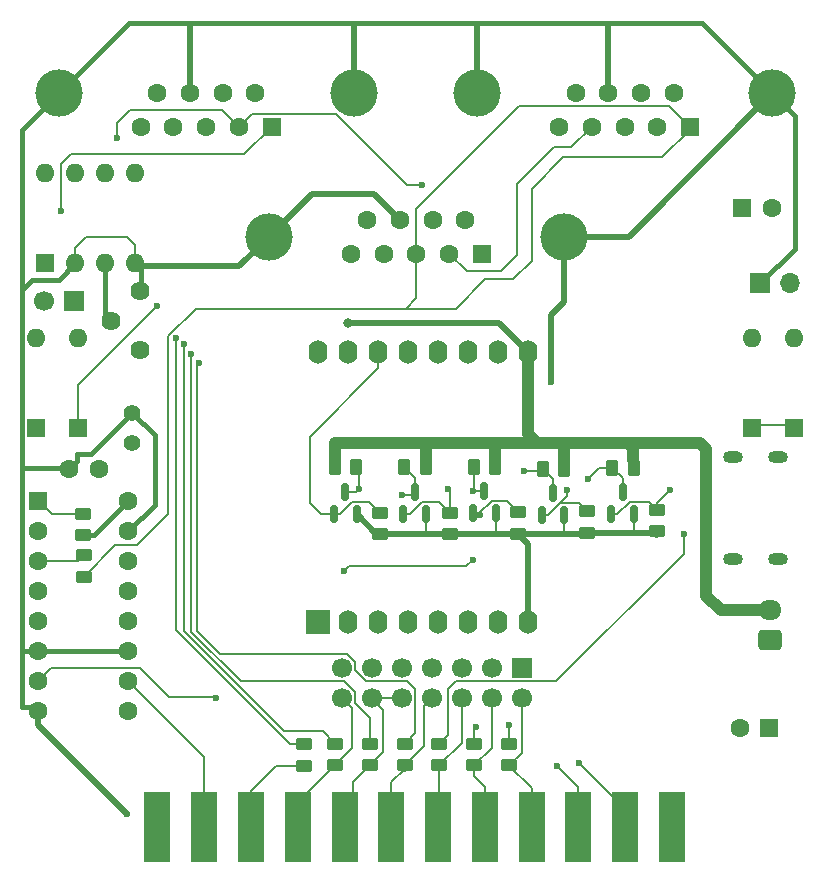
<source format=gbr>
%TF.GenerationSoftware,KiCad,Pcbnew,9.0.2-9.0.2-0~ubuntu24.10.1*%
%TF.CreationDate,2025-07-06T18:08:21+02:00*%
%TF.ProjectId,pet_joymate,7065745f-6a6f-4796-9d61-74652e6b6963,rev?*%
%TF.SameCoordinates,Original*%
%TF.FileFunction,Copper,L2,Bot*%
%TF.FilePolarity,Positive*%
%FSLAX46Y46*%
G04 Gerber Fmt 4.6, Leading zero omitted, Abs format (unit mm)*
G04 Created by KiCad (PCBNEW 9.0.2-9.0.2-0~ubuntu24.10.1) date 2025-07-06 18:08:21*
%MOMM*%
%LPD*%
G01*
G04 APERTURE LIST*
G04 Aperture macros list*
%AMRoundRect*
0 Rectangle with rounded corners*
0 $1 Rounding radius*
0 $2 $3 $4 $5 $6 $7 $8 $9 X,Y pos of 4 corners*
0 Add a 4 corners polygon primitive as box body*
4,1,4,$2,$3,$4,$5,$6,$7,$8,$9,$2,$3,0*
0 Add four circle primitives for the rounded corners*
1,1,$1+$1,$2,$3*
1,1,$1+$1,$4,$5*
1,1,$1+$1,$6,$7*
1,1,$1+$1,$8,$9*
0 Add four rect primitives between the rounded corners*
20,1,$1+$1,$2,$3,$4,$5,0*
20,1,$1+$1,$4,$5,$6,$7,0*
20,1,$1+$1,$6,$7,$8,$9,0*
20,1,$1+$1,$8,$9,$2,$3,0*%
G04 Aperture macros list end*
%TA.AperFunction,HeatsinkPad*%
%ADD10O,1.700000X1.000000*%
%TD*%
%TA.AperFunction,ComponentPad*%
%ADD11R,1.600000X1.600000*%
%TD*%
%TA.AperFunction,ComponentPad*%
%ADD12O,1.600000X1.600000*%
%TD*%
%TA.AperFunction,ComponentPad*%
%ADD13RoundRect,0.250000X0.550000X0.550000X-0.550000X0.550000X-0.550000X-0.550000X0.550000X-0.550000X0*%
%TD*%
%TA.AperFunction,ComponentPad*%
%ADD14C,1.600000*%
%TD*%
%TA.AperFunction,ComponentPad*%
%ADD15RoundRect,0.250000X0.725000X-0.600000X0.725000X0.600000X-0.725000X0.600000X-0.725000X-0.600000X0*%
%TD*%
%TA.AperFunction,ComponentPad*%
%ADD16O,1.950000X1.700000*%
%TD*%
%TA.AperFunction,ComponentPad*%
%ADD17R,1.700000X1.700000*%
%TD*%
%TA.AperFunction,ComponentPad*%
%ADD18C,1.700000*%
%TD*%
%TA.AperFunction,ComponentPad*%
%ADD19C,1.400000*%
%TD*%
%TA.AperFunction,ComponentPad*%
%ADD20O,1.700000X1.700000*%
%TD*%
%TA.AperFunction,ComponentPad*%
%ADD21C,1.620000*%
%TD*%
%TA.AperFunction,ComponentPad*%
%ADD22RoundRect,0.250000X-0.550000X-0.550000X0.550000X-0.550000X0.550000X0.550000X-0.550000X0.550000X0*%
%TD*%
%TA.AperFunction,ComponentPad*%
%ADD23C,4.000000*%
%TD*%
%TA.AperFunction,SMDPad,CuDef*%
%ADD24R,2.200000X6.000000*%
%TD*%
%TA.AperFunction,ComponentPad*%
%ADD25R,2.000000X2.000000*%
%TD*%
%TA.AperFunction,ComponentPad*%
%ADD26O,1.600000X2.000000*%
%TD*%
%TA.AperFunction,SMDPad,CuDef*%
%ADD27RoundRect,0.150000X0.150000X-0.587500X0.150000X0.587500X-0.150000X0.587500X-0.150000X-0.587500X0*%
%TD*%
%TA.AperFunction,SMDPad,CuDef*%
%ADD28RoundRect,0.250000X-0.262500X-0.450000X0.262500X-0.450000X0.262500X0.450000X-0.262500X0.450000X0*%
%TD*%
%TA.AperFunction,SMDPad,CuDef*%
%ADD29RoundRect,0.250000X0.262500X0.450000X-0.262500X0.450000X-0.262500X-0.450000X0.262500X-0.450000X0*%
%TD*%
%TA.AperFunction,SMDPad,CuDef*%
%ADD30RoundRect,0.250000X0.450000X-0.262500X0.450000X0.262500X-0.450000X0.262500X-0.450000X-0.262500X0*%
%TD*%
%TA.AperFunction,SMDPad,CuDef*%
%ADD31RoundRect,0.250000X-0.450000X0.262500X-0.450000X-0.262500X0.450000X-0.262500X0.450000X0.262500X0*%
%TD*%
%TA.AperFunction,ViaPad*%
%ADD32C,0.600000*%
%TD*%
%TA.AperFunction,ViaPad*%
%ADD33C,0.800000*%
%TD*%
%TA.AperFunction,Conductor*%
%ADD34C,0.200000*%
%TD*%
%TA.AperFunction,Conductor*%
%ADD35C,0.400000*%
%TD*%
%TA.AperFunction,Conductor*%
%ADD36C,0.500000*%
%TD*%
%TA.AperFunction,Conductor*%
%ADD37C,1.000000*%
%TD*%
%TA.AperFunction,Conductor*%
%ADD38C,0.800000*%
%TD*%
G04 APERTURE END LIST*
D10*
%TO.P,J4,S1,SHIELD*%
%TO.N,unconnected-(J4-SHIELD-PadS1)*%
X129140000Y-108820000D03*
%TO.N,unconnected-(J4-SHIELD-PadS1)_1*%
X132940000Y-108820000D03*
%TO.N,unconnected-(J4-SHIELD-PadS1)_3*%
X129140000Y-100180000D03*
%TO.N,unconnected-(J4-SHIELD-PadS1)_2*%
X132940000Y-100180000D03*
%TD*%
D11*
%TO.P,D3,1,K*%
%TO.N,Net-(D3-K)*%
X70175000Y-97725000D03*
D12*
%TO.P,D3,2,A*%
%TO.N,Net-(D3-A)*%
X70175000Y-90105000D03*
%TD*%
D11*
%TO.P,D1,1,K*%
%TO.N,Net-(D1-K)*%
X130775000Y-97725000D03*
D12*
%TO.P,D1,2,A*%
%TO.N,_PA1*%
X130775000Y-90105000D03*
%TD*%
D11*
%TO.P,D4,1,K*%
%TO.N,Net-(D3-K)*%
X73725000Y-97725000D03*
D12*
%TO.P,D4,2,A*%
%TO.N,_PA5*%
X73725000Y-90105000D03*
%TD*%
D11*
%TO.P,U1,1,GAIN*%
%TO.N,unconnected-(U1-GAIN-Pad1)*%
X70935000Y-83775000D03*
D12*
%TO.P,U1,2,-*%
%TO.N,GND*%
X73475000Y-83775000D03*
%TO.P,U1,3,+*%
%TO.N,Net-(U1-+)*%
X76015000Y-83775000D03*
%TO.P,U1,4,GND*%
%TO.N,GND*%
X78555000Y-83775000D03*
%TO.P,U1,5*%
%TO.N,Net-(C3-Pad1)*%
X78555000Y-76155000D03*
%TO.P,U1,6,V+*%
%TO.N,VCC*%
X76015000Y-76155000D03*
%TO.P,U1,7,BYPASS*%
%TO.N,unconnected-(U1-BYPASS-Pad7)*%
X73475000Y-76155000D03*
%TO.P,U1,8,GAIN*%
%TO.N,unconnected-(U1-GAIN-Pad8)*%
X70935000Y-76155000D03*
%TD*%
D11*
%TO.P,D2,1,K*%
%TO.N,Net-(D1-K)*%
X134325000Y-97725000D03*
D12*
%TO.P,D2,2,A*%
%TO.N,_PA0*%
X134325000Y-90105000D03*
%TD*%
D13*
%TO.P,C1,1*%
%TO.N,VCC*%
X132225000Y-123150000D03*
D14*
%TO.P,C1,2*%
%TO.N,GND*%
X129725000Y-123150000D03*
%TD*%
D15*
%TO.P,J6,1,Pin_1*%
%TO.N,GND*%
X132325000Y-115675000D03*
D16*
%TO.P,J6,2,Pin_2*%
%TO.N,VCC*%
X132325000Y-113175000D03*
%TD*%
D17*
%TO.P,J8,1,Pin_1*%
%TO.N,Net-(J8-Pin_1)*%
X73350000Y-87025000D03*
D18*
%TO.P,J8,2,Pin_2*%
%TO.N,CB2*%
X70810000Y-87025000D03*
%TD*%
D14*
%TO.P,C2,1*%
%TO.N,VCC*%
X75475000Y-101225000D03*
%TO.P,C2,2*%
%TO.N,GND*%
X72975000Y-101225000D03*
%TD*%
D19*
%TO.P,JP2,1,A*%
%TO.N,GND*%
X78275000Y-96475000D03*
%TO.P,JP2,2,B*%
%TO.N,Net-(JP2-B)*%
X78275000Y-99015000D03*
%TD*%
D17*
%TO.P,J7,1,Pin_1*%
%TO.N,GND*%
X131475000Y-85475000D03*
D20*
%TO.P,J7,2,Pin_2*%
%TO.N,Net-(J7-Pin_2)*%
X134015000Y-85475000D03*
%TD*%
D21*
%TO.P,P1,1,1*%
%TO.N,Net-(J8-Pin_1)*%
X78975000Y-91175000D03*
%TO.P,P1,2,2*%
%TO.N,Net-(U1-+)*%
X76475000Y-88675000D03*
%TO.P,P1,3,3*%
%TO.N,GND*%
X78975000Y-86175000D03*
%TD*%
D22*
%TO.P,U2,1,S*%
%TO.N,Net-(JP2-B)*%
X70350000Y-103920000D03*
D14*
%TO.P,U2,2,I0a*%
%TO.N,MODEM_TX*%
X70350000Y-106460000D03*
%TO.P,U2,3,I1a*%
%TO.N,Net-(U2-I1a)*%
X70350000Y-109000000D03*
%TO.P,U2,4,Za*%
%TO.N,PA0*%
X70350000Y-111540000D03*
%TO.P,U2,5,I0b*%
%TO.N,CB2*%
X70350000Y-114080000D03*
%TO.P,U2,6,I1b*%
%TO.N,GND*%
X70350000Y-116620000D03*
%TO.P,U2,7,Zb*%
%TO.N,MODEM_RX*%
X70350000Y-119160000D03*
%TO.P,U2,8,GND*%
%TO.N,GND*%
X70350000Y-121700000D03*
%TO.P,U2,9,Zc*%
%TO.N,SOUND*%
X77970000Y-121700000D03*
%TO.P,U2,10,I1c*%
%TO.N,CB2*%
X77970000Y-119160000D03*
%TO.P,U2,11,I0c*%
%TO.N,GND*%
X77970000Y-116620000D03*
%TO.P,U2,12,Zd*%
%TO.N,CA1*%
X77970000Y-114080000D03*
%TO.P,U2,13,I1d*%
%TO.N,unconnected-(U2-I1d-Pad13)*%
X77970000Y-111540000D03*
%TO.P,U2,14,I0d*%
%TO.N,MODEM_TX*%
X77970000Y-109000000D03*
%TO.P,U2,15,E*%
%TO.N,GND*%
X77970000Y-106460000D03*
%TO.P,U2,16,VCC*%
%TO.N,VCC*%
X77970000Y-103920000D03*
%TD*%
D23*
%TO.P,J3,0,PAD*%
%TO.N,GND*%
X97050000Y-69430331D03*
X72050000Y-69430331D03*
D11*
%TO.P,J3,1,1*%
%TO.N,Net-(D3-A)*%
X90090000Y-72270331D03*
D14*
%TO.P,J3,2,2*%
%TO.N,_PA5*%
X87320000Y-72270331D03*
%TO.P,J3,3,3*%
%TO.N,Net-(J3-Pad3)*%
X84550000Y-72270331D03*
%TO.P,J3,4,4*%
%TO.N,Net-(J3-Pad4)*%
X81780000Y-72270331D03*
%TO.P,J3,5,5*%
%TO.N,unconnected-(J3-Pad5)*%
X79010000Y-72270331D03*
%TO.P,J3,6,6*%
%TO.N,Net-(D3-K)*%
X88705000Y-69430331D03*
%TO.P,J3,7,7*%
%TO.N,VCC*%
X85935000Y-69430331D03*
%TO.P,J3,8,8*%
%TO.N,GND*%
X83165000Y-69430331D03*
%TO.P,J3,9,9*%
%TO.N,unconnected-(J3-Pad9)*%
X80395000Y-69430331D03*
%TD*%
D24*
%TO.P,U3,A*%
%TO.N,N/C*%
X123985000Y-131500000D03*
%TO.P,U3,B,CA1*%
%TO.N,CA1*%
X120025000Y-131500000D03*
%TO.P,U3,C,PA0*%
%TO.N,PA0*%
X116065000Y-131500000D03*
%TO.P,U3,D,PA1*%
%TO.N,PA1*%
X112105000Y-131500000D03*
%TO.P,U3,E,PA2*%
%TO.N,PA2*%
X108145000Y-131500000D03*
%TO.P,U3,F,PA3*%
%TO.N,PA3*%
X104185000Y-131500000D03*
%TO.P,U3,H,PA4*%
%TO.N,PA4*%
X100225000Y-131500000D03*
%TO.P,U3,J,PA5*%
%TO.N,PA5*%
X96265000Y-131500000D03*
%TO.P,U3,K,PA6*%
%TO.N,PA6*%
X92305000Y-131500000D03*
%TO.P,U3,L,PA7*%
%TO.N,PA7*%
X88345000Y-131500000D03*
%TO.P,U3,M,CB2*%
%TO.N,CB2*%
X84385000Y-131500000D03*
%TO.P,U3,N*%
%TO.N,N/C*%
X80425000Y-131500000D03*
%TD*%
D22*
%TO.P,C3,1*%
%TO.N,Net-(C3-Pad1)*%
X129950000Y-79100000D03*
D14*
%TO.P,C3,2*%
%TO.N,Net-(J7-Pin_2)*%
X132450000Y-79100000D03*
%TD*%
D17*
%TO.P,J1,1,Pin_1*%
%TO.N,unconnected-(J1-Pin_1-Pad1)*%
X111250000Y-118050000D03*
D18*
%TO.P,J1,2,Pin_2*%
%TO.N,PA1*%
X111250000Y-120590000D03*
%TO.P,J1,3,Pin_3*%
%TO.N,RTS_H*%
X108710000Y-118050000D03*
%TO.P,J1,4,Pin_4*%
%TO.N,PA2*%
X108710000Y-120590000D03*
%TO.P,J1,5,Pin_5*%
%TO.N,unconnected-(J1-Pin_5-Pad5)*%
X106170000Y-118050000D03*
%TO.P,J1,6,Pin_6*%
%TO.N,PA3*%
X106170000Y-120590000D03*
%TO.P,J1,7,Pin_7*%
%TO.N,DCD_H*%
X103630000Y-118050000D03*
%TO.P,J1,8,Pin_8*%
%TO.N,PA4*%
X103630000Y-120590000D03*
%TO.P,J1,9,Pin_9*%
%TO.N,unconnected-(J1-Pin_9-Pad9)*%
X101090000Y-118050000D03*
%TO.P,J1,10,Pin_10*%
%TO.N,PA5*%
X101090000Y-120590000D03*
%TO.P,J1,11,Pin_11*%
%TO.N,unconnected-(J1-Pin_11-Pad11)*%
X98550000Y-118050000D03*
%TO.P,J1,12,Pin_12*%
%TO.N,PA5*%
X98550000Y-120590000D03*
%TO.P,J1,13,Pin_13*%
%TO.N,CTS_H*%
X96010000Y-118050000D03*
%TO.P,J1,14,Pin_14*%
%TO.N,PA6*%
X96010000Y-120590000D03*
%TD*%
D23*
%TO.P,J2,0,PAD*%
%TO.N,GND*%
X132475000Y-69430331D03*
X107475000Y-69430331D03*
D11*
%TO.P,J2,1,1*%
%TO.N,_PA0*%
X125515000Y-72270331D03*
D14*
%TO.P,J2,2,2*%
%TO.N,_PA1*%
X122745000Y-72270331D03*
%TO.P,J2,3,3*%
%TO.N,_PA2*%
X119975000Y-72270331D03*
%TO.P,J2,4,4*%
%TO.N,_PA3*%
X117205000Y-72270331D03*
%TO.P,J2,5,5*%
%TO.N,unconnected-(J2-Pad5)*%
X114435000Y-72270331D03*
%TO.P,J2,6,6*%
%TO.N,Net-(D1-K)*%
X124130000Y-69430331D03*
%TO.P,J2,7,7*%
%TO.N,VCC*%
X121360000Y-69430331D03*
%TO.P,J2,8,8*%
%TO.N,GND*%
X118590000Y-69430331D03*
%TO.P,J2,9,9*%
%TO.N,unconnected-(J2-Pad9)*%
X115820000Y-69430331D03*
%TD*%
D25*
%TO.P,U4,1,~{RST}*%
%TO.N,unconnected-(U4-~{RST}-Pad1)*%
X94050000Y-114200000D03*
D26*
%TO.P,U4,2,A0*%
%TO.N,unconnected-(U4-A0-Pad2)*%
X96590000Y-114200000D03*
%TO.P,U4,3,D0*%
%TO.N,unconnected-(U4-D0-Pad3)*%
X99130000Y-114200000D03*
%TO.P,U4,4,SCK/D5*%
%TO.N,unconnected-(U4-SCK{slash}D5-Pad4)*%
X101670000Y-114200000D03*
%TO.P,U4,5,MISO/D6*%
%TO.N,unconnected-(U4-MISO{slash}D6-Pad5)*%
X104210000Y-114200000D03*
%TO.P,U4,6,MOSI/D7*%
%TO.N,unconnected-(U4-MOSI{slash}D7-Pad6)*%
X106750000Y-114200000D03*
%TO.P,U4,7,CS/D8*%
%TO.N,unconnected-(U4-CS{slash}D8-Pad7)*%
X109290000Y-114200000D03*
%TO.P,U4,8,3V3*%
%TO.N,VDD*%
X111830000Y-114200000D03*
%TO.P,U4,9,5V*%
%TO.N,VCC*%
X111830000Y-91340000D03*
%TO.P,U4,10,GND*%
%TO.N,GND*%
X109290000Y-91340000D03*
%TO.P,U4,11,D4*%
%TO.N,DCD*%
X106750000Y-91340000D03*
%TO.P,U4,12,D3*%
%TO.N,unconnected-(U4-D3-Pad12)*%
X104210000Y-91340000D03*
%TO.P,U4,13,SDA/D2*%
%TO.N,RTS*%
X101670000Y-91340000D03*
%TO.P,U4,14,SCL/D1*%
%TO.N,CTS*%
X99130000Y-91340000D03*
%TO.P,U4,15,RX*%
%TO.N,RX*%
X96590000Y-91340000D03*
%TO.P,U4,16,TX*%
%TO.N,TX*%
X94050000Y-91340000D03*
%TD*%
D27*
%TO.P,Q7,1,G*%
%TO.N,VDD*%
X103145000Y-105055000D03*
%TO.P,Q7,2,S*%
%TO.N,DCD*%
X101245000Y-105055000D03*
%TO.P,Q7,3,D*%
%TO.N,DCD_H*%
X102195000Y-103180000D03*
%TD*%
D28*
%TO.P,R13,1*%
%TO.N,VCC*%
X95425000Y-101087500D03*
%TO.P,R13,2*%
%TO.N,CTS_H*%
X97250000Y-101087500D03*
%TD*%
D29*
%TO.P,R9,1*%
%TO.N,VCC*%
X120750000Y-101137500D03*
%TO.P,R9,2*%
%TO.N,MODEM_RX*%
X118925000Y-101137500D03*
%TD*%
%TO.P,R11,1*%
%TO.N,VCC*%
X109020000Y-101047500D03*
%TO.P,R11,2*%
%TO.N,MODEM_TX*%
X107195000Y-101047500D03*
%TD*%
D27*
%TO.P,Q5,1,G*%
%TO.N,VDD*%
X97275000Y-105062500D03*
%TO.P,Q5,2,S*%
%TO.N,CTS*%
X95375000Y-105062500D03*
%TO.P,Q5,3,D*%
%TO.N,CTS_H*%
X96325000Y-103187500D03*
%TD*%
D30*
%TO.P,R14,1*%
%TO.N,VDD*%
X99255000Y-106737500D03*
%TO.P,R14,2*%
%TO.N,CTS*%
X99255000Y-104912500D03*
%TD*%
D27*
%TO.P,Q6,1,G*%
%TO.N,VDD*%
X114875000Y-105137500D03*
%TO.P,Q6,2,S*%
%TO.N,RTS*%
X112975000Y-105137500D03*
%TO.P,Q6,3,D*%
%TO.N,RTS_H*%
X113925000Y-103262500D03*
%TD*%
D30*
%TO.P,R12,1*%
%TO.N,VDD*%
X110935000Y-106707500D03*
%TO.P,R12,2*%
%TO.N,TX*%
X110935000Y-104882500D03*
%TD*%
D31*
%TO.P,R8,1*%
%TO.N,Net-(J3-Pad4)*%
X92850000Y-124550000D03*
%TO.P,R8,2*%
%TO.N,PA7*%
X92850000Y-126375000D03*
%TD*%
D23*
%TO.P,J5,0,PAD*%
%TO.N,GND*%
X89840000Y-81575000D03*
X114840000Y-81575000D03*
D11*
%TO.P,J5,1,1*%
%TO.N,_PA2*%
X107880000Y-82995000D03*
D14*
%TO.P,J5,2,2*%
%TO.N,_PA3*%
X105110000Y-82995000D03*
%TO.P,J5,3,3*%
%TO.N,_PA0*%
X102340000Y-82995000D03*
%TO.P,J5,4,4*%
%TO.N,_PA1*%
X99570000Y-82995000D03*
%TO.P,J5,5,5*%
%TO.N,unconnected-(J5-Pad5)*%
X96800000Y-82995000D03*
%TO.P,J5,6,6*%
%TO.N,_PA5*%
X106495000Y-80155000D03*
%TO.P,J5,7,7*%
%TO.N,VCC*%
X103725000Y-80155000D03*
%TO.P,J5,8,8*%
%TO.N,GND*%
X100955000Y-80155000D03*
%TO.P,J5,9,9*%
%TO.N,unconnected-(J5-Pad9)*%
X98185000Y-80155000D03*
%TD*%
D29*
%TO.P,R21,1*%
%TO.N,VCC*%
X103147500Y-101087500D03*
%TO.P,R21,2*%
%TO.N,DCD_H*%
X101322500Y-101087500D03*
%TD*%
D31*
%TO.P,R5,1*%
%TO.N,Net-(D3-A)*%
X101350000Y-124475000D03*
%TO.P,R5,2*%
%TO.N,PA4*%
X101350000Y-126300000D03*
%TD*%
D30*
%TO.P,R10,1*%
%TO.N,VDD*%
X122725000Y-106500000D03*
%TO.P,R10,2*%
%TO.N,RX*%
X122725000Y-104675000D03*
%TD*%
D31*
%TO.P,R4,1*%
%TO.N,_PA3*%
X104300000Y-124475000D03*
%TO.P,R4,2*%
%TO.N,PA3*%
X104300000Y-126300000D03*
%TD*%
D30*
%TO.P,R20,1*%
%TO.N,VDD*%
X116800000Y-106612500D03*
%TO.P,R20,2*%
%TO.N,RTS*%
X116800000Y-104787500D03*
%TD*%
%TO.P,R1,1*%
%TO.N,_PA0*%
X74175000Y-110375000D03*
%TO.P,R1,2*%
%TO.N,Net-(U2-I1a)*%
X74175000Y-108550000D03*
%TD*%
D31*
%TO.P,R3,1*%
%TO.N,_PA2*%
X107250000Y-124475000D03*
%TO.P,R3,2*%
%TO.N,PA2*%
X107250000Y-126300000D03*
%TD*%
%TO.P,R2,1*%
%TO.N,_PA1*%
X110200000Y-124475000D03*
%TO.P,R2,2*%
%TO.N,PA1*%
X110200000Y-126300000D03*
%TD*%
D30*
%TO.P,R22,1*%
%TO.N,VDD*%
X105185000Y-106747500D03*
%TO.P,R22,2*%
%TO.N,DCD*%
X105185000Y-104922500D03*
%TD*%
D31*
%TO.P,R6,1*%
%TO.N,_PA5*%
X98400000Y-124475000D03*
%TO.P,R6,2*%
%TO.N,PA5*%
X98400000Y-126300000D03*
%TD*%
D27*
%TO.P,Q3,1,G*%
%TO.N,VDD*%
X120750000Y-105062500D03*
%TO.P,Q3,2,S*%
%TO.N,RX*%
X118850000Y-105062500D03*
%TO.P,Q3,3,D*%
%TO.N,MODEM_RX*%
X119800000Y-103187500D03*
%TD*%
%TO.P,Q4,1,G*%
%TO.N,VDD*%
X109055000Y-104977500D03*
%TO.P,Q4,2,S*%
%TO.N,TX*%
X107155000Y-104977500D03*
%TO.P,Q4,3,D*%
%TO.N,MODEM_TX*%
X108105000Y-103102500D03*
%TD*%
D31*
%TO.P,R7,1*%
%TO.N,Net-(J3-Pad3)*%
X95450000Y-124475000D03*
%TO.P,R7,2*%
%TO.N,PA6*%
X95450000Y-126300000D03*
%TD*%
D29*
%TO.P,R19,1*%
%TO.N,VCC*%
X114875000Y-101212500D03*
%TO.P,R19,2*%
%TO.N,RTS_H*%
X113050000Y-101212500D03*
%TD*%
D30*
%TO.P,R15,1*%
%TO.N,VCC*%
X74155000Y-106850000D03*
%TO.P,R15,2*%
%TO.N,Net-(JP2-B)*%
X74155000Y-105025000D03*
%TD*%
D32*
%TO.N,GND*%
X113725000Y-93900000D03*
X77875000Y-130450000D03*
D33*
%TO.N,VCC*%
X96575000Y-88825000D03*
D32*
%TO.N,Net-(D3-A)*%
X72250000Y-79425000D03*
X83925000Y-92275000D03*
%TO.N,Net-(D3-K)*%
X80400000Y-87425000D03*
%TO.N,Net-(J3-Pad4)*%
X82025000Y-90125000D03*
%TO.N,Net-(J3-Pad3)*%
X82650000Y-90625000D03*
%TO.N,MODEM_TX*%
X107150000Y-103125000D03*
X107100000Y-108925000D03*
X96250000Y-109900000D03*
%TO.N,MODEM_RX*%
X85375000Y-120625000D03*
X116900000Y-102050000D03*
%TO.N,RX*%
X123825000Y-103025000D03*
%TO.N,TX*%
X107750000Y-105125000D03*
%TO.N,PA0*%
X114275000Y-126400000D03*
%TO.N,CA1*%
X116150000Y-126125000D03*
%TO.N,CTS_H*%
X97500000Y-102900000D03*
%TO.N,DCD_H*%
X101137500Y-103462500D03*
%TO.N,RTS_H*%
X111425000Y-101400000D03*
%TO.N,RTS*%
X115100000Y-102975000D03*
%TO.N,DCD*%
X105025000Y-102925000D03*
%TO.N,_PA1*%
X110175000Y-122900000D03*
%TO.N,_PA5*%
X83275000Y-91475000D03*
X102850000Y-77200000D03*
X77025000Y-73225000D03*
%TO.N,_PA2*%
X107425000Y-123050000D03*
%TO.N,_PA3*%
X124975000Y-106700000D03*
%TD*%
D34*
%TO.N,GND*%
X78555000Y-83775000D02*
X78555000Y-82280000D01*
X73475000Y-82500000D02*
X73475000Y-83775000D01*
D35*
X68971000Y-116620000D02*
X68951000Y-116600000D01*
D36*
X113725000Y-88225000D02*
X113725000Y-93900000D01*
X78555000Y-83775000D02*
X78850000Y-84070000D01*
X114840000Y-81575000D02*
X120330331Y-81575000D01*
D35*
X134375000Y-82575000D02*
X131475000Y-85475000D01*
D34*
X79040000Y-84260000D02*
X78555000Y-83775000D01*
D35*
X134375000Y-71330331D02*
X134375000Y-82575000D01*
D36*
X87345000Y-84070000D02*
X89840000Y-81575000D01*
D35*
X70350000Y-116620000D02*
X77970000Y-116620000D01*
X68951000Y-86059000D02*
X68951000Y-72529331D01*
D36*
X120330331Y-81575000D02*
X132475000Y-69430331D01*
D35*
X68951000Y-101125000D02*
X68951000Y-116600000D01*
X70350000Y-116620000D02*
X68971000Y-116620000D01*
X68951000Y-86059000D02*
X69810000Y-85200000D01*
D36*
X98750000Y-77950000D02*
X93465000Y-77950000D01*
D35*
X126544669Y-63500000D02*
X132475000Y-69430331D01*
D36*
X107475000Y-69430331D02*
X107475000Y-63800000D01*
D35*
X68951000Y-121400000D02*
X70050000Y-121400000D01*
X69810000Y-85200000D02*
X72050000Y-85200000D01*
X73651000Y-99949000D02*
X73651000Y-100549000D01*
D34*
X78555000Y-82280000D02*
X77850000Y-81575000D01*
D35*
X134375000Y-71330331D02*
X132475000Y-69430331D01*
D36*
X118590000Y-69430331D02*
X118590000Y-63790000D01*
D35*
X74801000Y-99949000D02*
X78275000Y-96475000D01*
D34*
X74400000Y-81575000D02*
X73475000Y-82500000D01*
D35*
X68951000Y-72529331D02*
X72050000Y-69430331D01*
X77980331Y-63500000D02*
X97150000Y-63500000D01*
X79040000Y-86285000D02*
X79040000Y-84260000D01*
X73651000Y-99949000D02*
X74801000Y-99949000D01*
X77970000Y-106460000D02*
X80175000Y-104255000D01*
X68976000Y-101150000D02*
X68951000Y-101125000D01*
X68951000Y-116600000D02*
X68951000Y-121400000D01*
D36*
X100955000Y-80155000D02*
X98750000Y-77950000D01*
X83165000Y-69430331D02*
X83165000Y-63775000D01*
D35*
X72050000Y-85200000D02*
X73475000Y-83775000D01*
X72050000Y-69430331D02*
X77980331Y-63500000D01*
X70050000Y-121400000D02*
X70350000Y-121700000D01*
D36*
X114840000Y-87110000D02*
X114840000Y-81575000D01*
D35*
X97150000Y-63500000D02*
X126544669Y-63500000D01*
X68951000Y-86059000D02*
X68951000Y-101125000D01*
D36*
X78850000Y-84070000D02*
X87345000Y-84070000D01*
D35*
X73651000Y-100549000D02*
X72975000Y-101225000D01*
D34*
X77850000Y-81575000D02*
X74400000Y-81575000D01*
D35*
X80175000Y-104255000D02*
X80175000Y-98375000D01*
X72900000Y-101150000D02*
X68976000Y-101150000D01*
D36*
X97050000Y-69430331D02*
X97050000Y-63600000D01*
X113725000Y-88225000D02*
X114840000Y-87110000D01*
D35*
X72900000Y-101150000D02*
X72975000Y-101225000D01*
X80175000Y-98375000D02*
X78275000Y-96475000D01*
D36*
X77875000Y-130450000D02*
X70350000Y-122925000D01*
X70350000Y-122925000D02*
X70350000Y-121700000D01*
X93465000Y-77950000D02*
X89840000Y-81575000D01*
D34*
%TO.N,Net-(D1-K)*%
X130775000Y-97500000D02*
X134325000Y-97500000D01*
D36*
%TO.N,VCC*%
X109315000Y-88825000D02*
X111830000Y-91340000D01*
D35*
X75040000Y-106850000D02*
X77970000Y-103920000D01*
D37*
X109250000Y-99000000D02*
X95475000Y-99000000D01*
X126900000Y-111975000D02*
X128100000Y-113175000D01*
X114875000Y-99050000D02*
X114875000Y-101212500D01*
X120600000Y-99000000D02*
X126375000Y-99000000D01*
X112525000Y-99000000D02*
X109250000Y-99000000D01*
X95475000Y-99000000D02*
X95425000Y-99050000D01*
X111830000Y-91340000D02*
X111830000Y-98305000D01*
D36*
X96575000Y-88825000D02*
X109315000Y-88825000D01*
D37*
X120600000Y-99000000D02*
X120750000Y-101137500D01*
X120600000Y-99000000D02*
X115550000Y-99000000D01*
X115550000Y-99000000D02*
X114925000Y-99000000D01*
X111830000Y-98305000D02*
X112525000Y-99000000D01*
X95425000Y-99050000D02*
X95425000Y-101087500D01*
D35*
X74155000Y-106850000D02*
X75040000Y-106850000D01*
D37*
X114925000Y-99000000D02*
X112525000Y-99000000D01*
X128100000Y-113175000D02*
X132325000Y-113175000D01*
X109020000Y-101047500D02*
X109020000Y-99230000D01*
X126375000Y-99000000D02*
X126900000Y-99525000D01*
X103147500Y-101087500D02*
X103147500Y-99552500D01*
X126900000Y-99525000D02*
X126900000Y-111975000D01*
X109020000Y-99230000D02*
X109250000Y-99000000D01*
X114925000Y-99000000D02*
X114875000Y-99050000D01*
D34*
%TO.N,Net-(D3-A)*%
X97161000Y-117573240D02*
X96437760Y-116850000D01*
X102241000Y-123584000D02*
X102241000Y-119875240D01*
X97161000Y-118288760D02*
X97161000Y-117573240D01*
X96437760Y-116850000D02*
X85725000Y-116850000D01*
X101566760Y-119201000D02*
X98073240Y-119201000D01*
X85725000Y-116850000D02*
X85676300Y-116850000D01*
X73075000Y-74600000D02*
X72250000Y-75425000D01*
X90090000Y-72270331D02*
X87760331Y-74600000D01*
X83738150Y-92461850D02*
X83925000Y-92275000D01*
X83738150Y-114911850D02*
X83738150Y-92461850D01*
X102241000Y-119875240D02*
X101566760Y-119201000D01*
X101350000Y-124475000D02*
X102241000Y-123584000D01*
X85676300Y-116850000D02*
X83738150Y-114911850D01*
X98073240Y-119201000D02*
X97161000Y-118288760D01*
X87760331Y-74600000D02*
X73075000Y-74600000D01*
X72250000Y-75425000D02*
X72250000Y-79425000D01*
%TO.N,Net-(D3-K)*%
X80400000Y-87425000D02*
X73725000Y-94100000D01*
X73725000Y-94100000D02*
X73725000Y-97725000D01*
%TO.N,Net-(J3-Pad4)*%
X82025000Y-114900000D02*
X82025000Y-90125000D01*
X91675000Y-124550000D02*
X82025000Y-114900000D01*
X92850000Y-124550000D02*
X91675000Y-124550000D01*
%TO.N,Net-(J3-Pad3)*%
X94425000Y-123450000D02*
X95450000Y-124475000D01*
X82650000Y-114957900D02*
X91142100Y-123450000D01*
X91142100Y-123450000D02*
X94425000Y-123450000D01*
X82650000Y-90625000D02*
X82650000Y-114957900D01*
%TO.N,Net-(JP2-B)*%
X71455000Y-105025000D02*
X70350000Y-103920000D01*
X74155000Y-105025000D02*
X71455000Y-105025000D01*
%TO.N,Net-(U2-I1a)*%
X70350000Y-109000000D02*
X73725000Y-109000000D01*
X73725000Y-109000000D02*
X74175000Y-108550000D01*
%TO.N,PA3*%
X106170000Y-124430000D02*
X106170000Y-120590000D01*
X104300000Y-126300000D02*
X104300000Y-131385000D01*
X104300000Y-131385000D02*
X104185000Y-131500000D01*
X104300000Y-126300000D02*
X106170000Y-124430000D01*
%TO.N,MODEM_TX*%
X96250000Y-109900000D02*
X96675000Y-109475000D01*
X108082500Y-103125000D02*
X108105000Y-103102500D01*
X106575000Y-109475000D02*
X107100000Y-108950000D01*
X107150000Y-103125000D02*
X108082500Y-103125000D01*
X107100000Y-108950000D02*
X107100000Y-108925000D01*
X107150000Y-103125000D02*
X107195000Y-103080000D01*
X96675000Y-109475000D02*
X106575000Y-109475000D01*
X107195000Y-103080000D02*
X107195000Y-101047500D01*
%TO.N,MODEM_RX*%
X70350000Y-119160000D02*
X71451000Y-118059000D01*
X116900000Y-102050000D02*
X117812500Y-101137500D01*
X85299000Y-120549000D02*
X85375000Y-120625000D01*
X117812500Y-101137500D02*
X118925000Y-101137500D01*
X119800000Y-102012500D02*
X118925000Y-101137500D01*
X119800000Y-103187500D02*
X119800000Y-102012500D01*
X78947000Y-118059000D02*
X81437000Y-120549000D01*
X81437000Y-120549000D02*
X85299000Y-120549000D01*
X71451000Y-118059000D02*
X78947000Y-118059000D01*
D36*
%TO.N,VDD*%
X97275000Y-105062500D02*
X98950000Y-106737500D01*
D34*
X114875000Y-105137500D02*
X114875000Y-106682500D01*
D36*
X114850000Y-106707500D02*
X116705000Y-106707500D01*
X116800000Y-106612500D02*
X120800000Y-106612500D01*
X103100000Y-106707500D02*
X99285000Y-106707500D01*
D34*
X103145000Y-105055000D02*
X103145000Y-106662500D01*
D38*
X116705000Y-106707500D02*
X116800000Y-106612500D01*
D36*
X114850000Y-106707500D02*
X110935000Y-106707500D01*
D34*
X114875000Y-106682500D02*
X114850000Y-106707500D01*
D38*
X98950000Y-106737500D02*
X99255000Y-106737500D01*
D36*
X111830000Y-107602500D02*
X110935000Y-106707500D01*
X110935000Y-106707500D02*
X109000000Y-106707500D01*
D38*
X99285000Y-106707500D02*
X99255000Y-106737500D01*
D34*
X120750000Y-105062500D02*
X120750000Y-106562500D01*
X109055000Y-104977500D02*
X109055000Y-106652500D01*
D36*
X120800000Y-106612500D02*
X122612500Y-106612500D01*
X109000000Y-106707500D02*
X103100000Y-106707500D01*
D38*
X122612500Y-106612500D02*
X122725000Y-106500000D01*
D36*
X111830000Y-114200000D02*
X111830000Y-107602500D01*
D34*
X120750000Y-106562500D02*
X120800000Y-106612500D01*
%TO.N,RX*%
X119370532Y-105062500D02*
X120409032Y-104024000D01*
X123825000Y-103025000D02*
X122725000Y-104125000D01*
X122725000Y-104125000D02*
X122725000Y-104675000D01*
X118850000Y-105062500D02*
X119370532Y-105062500D01*
X120409032Y-104024000D02*
X122074000Y-104024000D01*
X122074000Y-104024000D02*
X122725000Y-104675000D01*
X122725000Y-104675000D02*
X122237500Y-104675000D01*
%TO.N,TX*%
X107302500Y-105125000D02*
X107155000Y-104977500D01*
X109991500Y-103939000D02*
X110935000Y-104882500D01*
X107155000Y-104977500D02*
X107675532Y-104977500D01*
X107750000Y-105125000D02*
X107302500Y-105125000D01*
X108714032Y-103939000D02*
X109991500Y-103939000D01*
X107675532Y-104977500D02*
X108714032Y-103939000D01*
%TO.N,PA2*%
X108710000Y-124840000D02*
X108710000Y-120590000D01*
X107250000Y-126300000D02*
X107250000Y-127225000D01*
X107250000Y-127225000D02*
X108145000Y-128120000D01*
X107250000Y-126300000D02*
X108710000Y-124840000D01*
X108145000Y-128120000D02*
X108145000Y-131500000D01*
%TO.N,PA1*%
X110200000Y-126350000D02*
X112105000Y-128255000D01*
X111250000Y-125250000D02*
X111250000Y-120590000D01*
X110200000Y-126300000D02*
X111250000Y-125250000D01*
X112105000Y-128255000D02*
X112105000Y-131500000D01*
X110200000Y-126300000D02*
X110200000Y-126350000D01*
%TO.N,PA0*%
X116065000Y-128190000D02*
X116065000Y-131500000D01*
X114275000Y-126400000D02*
X116065000Y-128190000D01*
%TO.N,PA5*%
X101090000Y-120590000D02*
X98550000Y-120590000D01*
D36*
X96950000Y-130815000D02*
X96265000Y-131500000D01*
D34*
X98400000Y-126300000D02*
X96950000Y-127750000D01*
X99551000Y-125149000D02*
X99551000Y-121591000D01*
X98400000Y-126300000D02*
X99551000Y-125149000D01*
X96950000Y-127750000D02*
X96950000Y-130815000D01*
X99551000Y-121591000D02*
X98550000Y-120590000D01*
%TO.N,CB2*%
X84385000Y-125575000D02*
X77970000Y-119160000D01*
X84385000Y-131500000D02*
X84385000Y-125575000D01*
%TO.N,PA4*%
X101350000Y-126300000D02*
X102975000Y-124675000D01*
X102975000Y-121245000D02*
X103630000Y-120590000D01*
D36*
X101350000Y-126300000D02*
X101350000Y-126600000D01*
D34*
X101350000Y-126600000D02*
X100225000Y-127725000D01*
X100225000Y-127725000D02*
X100225000Y-131500000D01*
X102975000Y-124675000D02*
X102975000Y-121245000D01*
%TO.N,CA1*%
X120025000Y-130000000D02*
X116150000Y-126125000D01*
X120025000Y-131500000D02*
X120025000Y-130000000D01*
%TO.N,PA6*%
X96860000Y-121440000D02*
X96010000Y-120590000D01*
X96860000Y-124890000D02*
X96860000Y-121440000D01*
X92305000Y-131500000D02*
X92305000Y-129445000D01*
X95450000Y-126300000D02*
X96860000Y-124890000D01*
X92305000Y-129445000D02*
X95450000Y-126300000D01*
%TO.N,PA7*%
X90475000Y-126375000D02*
X92850000Y-126375000D01*
X88345000Y-131500000D02*
X88345000Y-128505000D01*
X88345000Y-128505000D02*
X90475000Y-126375000D01*
%TO.N,CTS_H*%
X97500000Y-101337500D02*
X97250000Y-101087500D01*
X97500000Y-102900000D02*
X97500000Y-101337500D01*
X97212500Y-103187500D02*
X97500000Y-102900000D01*
X96325000Y-103187500D02*
X97212500Y-103187500D01*
%TO.N,DCD_H*%
X102195000Y-101960000D02*
X101322500Y-101087500D01*
X101912500Y-103462500D02*
X102195000Y-103180000D01*
X102195000Y-103180000D02*
X102195000Y-101960000D01*
X101137500Y-103462500D02*
X101912500Y-103462500D01*
%TO.N,RTS_H*%
X113925000Y-102087500D02*
X113050000Y-101212500D01*
X113925000Y-103262500D02*
X113925000Y-102087500D01*
X112862500Y-101400000D02*
X113050000Y-101212500D01*
X111425000Y-101400000D02*
X112862500Y-101400000D01*
%TO.N,CTS*%
X99130000Y-91340000D02*
X99130000Y-92670000D01*
X95895532Y-105062500D02*
X96934032Y-104024000D01*
X95375000Y-105062500D02*
X95895532Y-105062500D01*
X93300000Y-98500000D02*
X93300000Y-104075000D01*
X93300000Y-104075000D02*
X94287500Y-105062500D01*
X94287500Y-105062500D02*
X95375000Y-105062500D01*
X96934032Y-104024000D02*
X98366500Y-104024000D01*
X99130000Y-92670000D02*
X93300000Y-98500000D01*
X98366500Y-104024000D02*
X99255000Y-104912500D01*
%TO.N,RTS*%
X114534032Y-104099000D02*
X116111500Y-104099000D01*
X116111500Y-104099000D02*
X116800000Y-104787500D01*
X115100000Y-103533032D02*
X114534032Y-104099000D01*
X115100000Y-102975000D02*
X115100000Y-103533032D01*
X113495532Y-105137500D02*
X114534032Y-104099000D01*
X112975000Y-105137500D02*
X113495532Y-105137500D01*
%TO.N,DCD*%
X101765532Y-105055000D02*
X102804032Y-104016500D01*
X102804032Y-104016500D02*
X104279000Y-104016500D01*
X105025000Y-102925000D02*
X105185000Y-103085000D01*
X101245000Y-105055000D02*
X101765532Y-105055000D01*
X105185000Y-103085000D02*
X105185000Y-104922500D01*
X104279000Y-104016500D02*
X105185000Y-104922500D01*
%TO.N,_PA1*%
X110200000Y-122925000D02*
X110175000Y-122900000D01*
X110200000Y-124475000D02*
X110200000Y-122925000D01*
%TO.N,_PA0*%
X115357619Y-70525000D02*
X115363950Y-70531331D01*
X102340000Y-82995000D02*
X102340000Y-86785000D01*
X102340000Y-79210000D02*
X111025000Y-70525000D01*
X123769669Y-70525000D02*
X125515000Y-72270331D01*
X114800000Y-74850000D02*
X123150000Y-74850000D01*
X118127619Y-70525000D02*
X118133950Y-70531331D01*
X119046050Y-70531331D02*
X119052381Y-70525000D01*
X99800000Y-87651000D02*
X105674000Y-87651000D01*
X121816050Y-70531331D02*
X121822381Y-70525000D01*
X120903950Y-70531331D02*
X121816050Y-70531331D01*
X108175000Y-85150000D02*
X110550000Y-85150000D01*
X102340000Y-86785000D02*
X101474000Y-87651000D01*
X101474000Y-87651000D02*
X99800000Y-87651000D01*
X105674000Y-87651000D02*
X108175000Y-85150000D01*
X112100000Y-83600000D02*
X112100000Y-77550000D01*
X120897619Y-70525000D02*
X120903950Y-70531331D01*
X78675000Y-107700000D02*
X76850000Y-107700000D01*
X102340000Y-82995000D02*
X102340000Y-79210000D01*
X99800000Y-87651000D02*
X83649057Y-87651000D01*
X119052381Y-70525000D02*
X120897619Y-70525000D01*
X115363950Y-70531331D02*
X116276050Y-70531331D01*
X81300000Y-105075000D02*
X78675000Y-107700000D01*
X118133950Y-70531331D02*
X119046050Y-70531331D01*
X121822381Y-70525000D02*
X123769669Y-70525000D01*
X102540000Y-82825000D02*
X102540000Y-82915000D01*
X116276050Y-70531331D02*
X116282381Y-70525000D01*
X116282381Y-70525000D02*
X118127619Y-70525000D01*
X123150000Y-74850000D02*
X125515000Y-72485000D01*
X83649057Y-87651000D02*
X81300000Y-90000057D01*
X81300000Y-90000057D02*
X81300000Y-105075000D01*
X111025000Y-70525000D02*
X115357619Y-70525000D01*
X125515000Y-72485000D02*
X125515000Y-72270331D01*
X110550000Y-85150000D02*
X112100000Y-83600000D01*
X112100000Y-77550000D02*
X114800000Y-74850000D01*
X76850000Y-107700000D02*
X74175000Y-110375000D01*
%TO.N,_PA5*%
X88421000Y-71169331D02*
X95534894Y-71169331D01*
X77025000Y-71925000D02*
X78125000Y-70825000D01*
X96248760Y-119201000D02*
X87460200Y-119201000D01*
X101565563Y-77200000D02*
X102850000Y-77200000D01*
X98400000Y-122305760D02*
X97161000Y-121066760D01*
X95534894Y-71169331D02*
X101565563Y-77200000D01*
X87460200Y-119201000D02*
X83300000Y-115040800D01*
X97161000Y-120113240D02*
X96248760Y-119201000D01*
X83300000Y-115040800D02*
X83300000Y-91500000D01*
X83300000Y-91500000D02*
X83275000Y-91475000D01*
X85874669Y-70825000D02*
X87320000Y-72270331D01*
X78125000Y-70825000D02*
X85874669Y-70825000D01*
X77025000Y-73225000D02*
X77025000Y-71925000D01*
X97161000Y-121066760D02*
X97161000Y-120113240D01*
X98400000Y-124475000D02*
X98400000Y-122305760D01*
X87320000Y-72270331D02*
X88421000Y-71169331D01*
%TO.N,_PA2*%
X107250000Y-123225000D02*
X107425000Y-123050000D01*
X107250000Y-124475000D02*
X107250000Y-123225000D01*
%TO.N,_PA3*%
X124975000Y-106700000D02*
X124975000Y-106500000D01*
X105019000Y-119875240D02*
X105693240Y-119201000D01*
X110900000Y-77107900D02*
X114007900Y-74000000D01*
X104300000Y-124475000D02*
X105019000Y-123756000D01*
X105019000Y-123756000D02*
X105019000Y-119875240D01*
X105693240Y-119201000D02*
X114174000Y-119201000D01*
X117205000Y-72270331D02*
X117205000Y-72155000D01*
X106615000Y-84500000D02*
X109475000Y-84500000D01*
X109475000Y-84500000D02*
X110900000Y-83075000D01*
X114174000Y-119201000D02*
X124625000Y-108750000D01*
X124625000Y-108750000D02*
X124975000Y-108400000D01*
X105310000Y-82825000D02*
X105750000Y-82825000D01*
X117205000Y-72270331D02*
X115475331Y-74000000D01*
X114007900Y-74000000D02*
X115475331Y-74000000D01*
X110900000Y-83075000D02*
X110900000Y-77107900D01*
X124975000Y-108400000D02*
X124975000Y-106700000D01*
X105110000Y-82995000D02*
X106615000Y-84500000D01*
D35*
%TO.N,Net-(U1-+)*%
X76015000Y-83775000D02*
X76015000Y-88340000D01*
%TD*%
M02*

</source>
